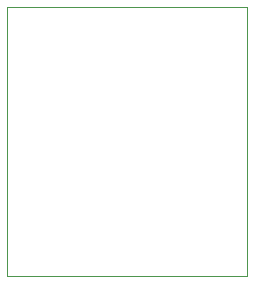
<source format=gbo>
G04*
G04 #@! TF.GenerationSoftware,Altium Limited,Altium Designer,19.1.5 (86)*
G04*
G04 Layer_Color=32896*
%FSLAX24Y24*%
%MOIN*%
G70*
G01*
G75*
%ADD11C,0.0039*%
D11*
X0Y0D02*
X8000D01*
Y8950D01*
X0D02*
X8000D01*
X0Y8950D02*
X0Y8950D01*
X0Y0D02*
Y8950D01*
M02*

</source>
